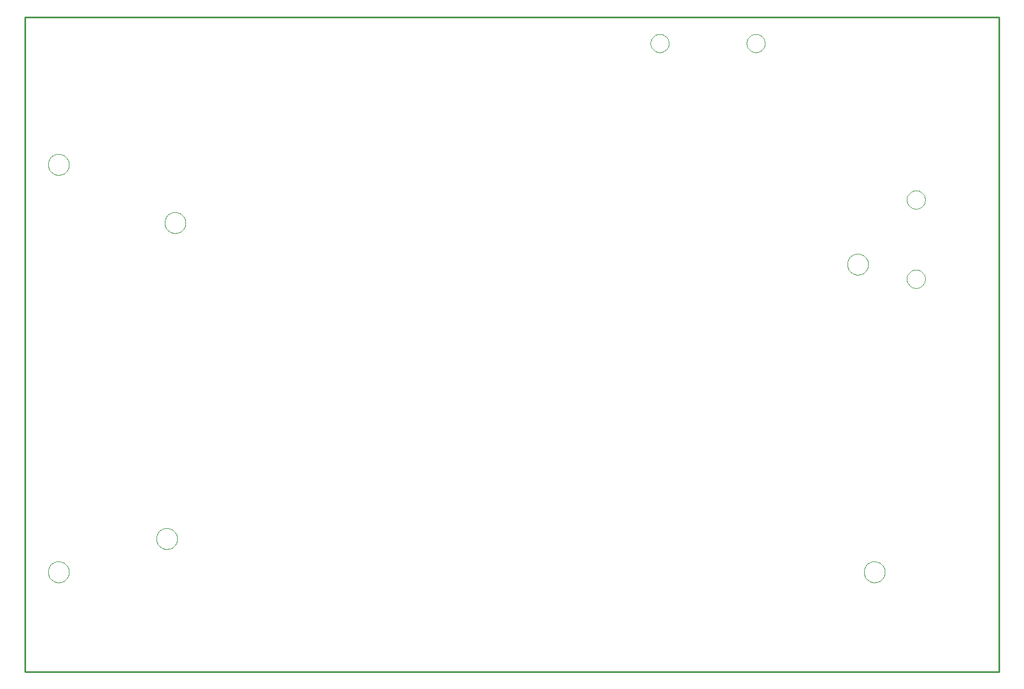
<source format=gbr>
G04 EAGLE Gerber RS-274X export*
G75*
%MOIN*%
%FSLAX34Y34*%
%LPD*%
%INoutline*%
%IPPOS*%
%AMOC8*
5,1,8,0,0,1.08239X$1,22.5*%
G01*
%ADD10C,0.000000*%
%ADD11C,0.010000*%


D10*
X0Y0D02*
X58492Y0D01*
X58492Y39370D01*
X0Y39370D01*
X0Y0D01*
X8370Y27000D02*
X8372Y27050D01*
X8378Y27100D01*
X8388Y27149D01*
X8402Y27197D01*
X8419Y27244D01*
X8440Y27289D01*
X8465Y27333D01*
X8493Y27374D01*
X8525Y27413D01*
X8559Y27450D01*
X8596Y27484D01*
X8636Y27514D01*
X8678Y27541D01*
X8722Y27565D01*
X8768Y27586D01*
X8815Y27602D01*
X8863Y27615D01*
X8913Y27624D01*
X8962Y27629D01*
X9013Y27630D01*
X9063Y27627D01*
X9112Y27620D01*
X9161Y27609D01*
X9209Y27594D01*
X9255Y27576D01*
X9300Y27554D01*
X9343Y27528D01*
X9384Y27499D01*
X9423Y27467D01*
X9459Y27432D01*
X9491Y27394D01*
X9521Y27354D01*
X9548Y27311D01*
X9571Y27267D01*
X9590Y27221D01*
X9606Y27173D01*
X9618Y27124D01*
X9626Y27075D01*
X9630Y27025D01*
X9630Y26975D01*
X9626Y26925D01*
X9618Y26876D01*
X9606Y26827D01*
X9590Y26779D01*
X9571Y26733D01*
X9548Y26689D01*
X9521Y26646D01*
X9491Y26606D01*
X9459Y26568D01*
X9423Y26533D01*
X9384Y26501D01*
X9343Y26472D01*
X9300Y26446D01*
X9255Y26424D01*
X9209Y26406D01*
X9161Y26391D01*
X9112Y26380D01*
X9063Y26373D01*
X9013Y26370D01*
X8962Y26371D01*
X8913Y26376D01*
X8863Y26385D01*
X8815Y26398D01*
X8768Y26414D01*
X8722Y26435D01*
X8678Y26459D01*
X8636Y26486D01*
X8596Y26516D01*
X8559Y26550D01*
X8525Y26587D01*
X8493Y26626D01*
X8465Y26667D01*
X8440Y26711D01*
X8419Y26756D01*
X8402Y26803D01*
X8388Y26851D01*
X8378Y26900D01*
X8372Y26950D01*
X8370Y27000D01*
X7870Y8000D02*
X7872Y8050D01*
X7878Y8100D01*
X7888Y8149D01*
X7902Y8197D01*
X7919Y8244D01*
X7940Y8289D01*
X7965Y8333D01*
X7993Y8374D01*
X8025Y8413D01*
X8059Y8450D01*
X8096Y8484D01*
X8136Y8514D01*
X8178Y8541D01*
X8222Y8565D01*
X8268Y8586D01*
X8315Y8602D01*
X8363Y8615D01*
X8413Y8624D01*
X8462Y8629D01*
X8513Y8630D01*
X8563Y8627D01*
X8612Y8620D01*
X8661Y8609D01*
X8709Y8594D01*
X8755Y8576D01*
X8800Y8554D01*
X8843Y8528D01*
X8884Y8499D01*
X8923Y8467D01*
X8959Y8432D01*
X8991Y8394D01*
X9021Y8354D01*
X9048Y8311D01*
X9071Y8267D01*
X9090Y8221D01*
X9106Y8173D01*
X9118Y8124D01*
X9126Y8075D01*
X9130Y8025D01*
X9130Y7975D01*
X9126Y7925D01*
X9118Y7876D01*
X9106Y7827D01*
X9090Y7779D01*
X9071Y7733D01*
X9048Y7689D01*
X9021Y7646D01*
X8991Y7606D01*
X8959Y7568D01*
X8923Y7533D01*
X8884Y7501D01*
X8843Y7472D01*
X8800Y7446D01*
X8755Y7424D01*
X8709Y7406D01*
X8661Y7391D01*
X8612Y7380D01*
X8563Y7373D01*
X8513Y7370D01*
X8462Y7371D01*
X8413Y7376D01*
X8363Y7385D01*
X8315Y7398D01*
X8268Y7414D01*
X8222Y7435D01*
X8178Y7459D01*
X8136Y7486D01*
X8096Y7516D01*
X8059Y7550D01*
X8025Y7587D01*
X7993Y7626D01*
X7965Y7667D01*
X7940Y7711D01*
X7919Y7756D01*
X7902Y7803D01*
X7888Y7851D01*
X7878Y7900D01*
X7872Y7950D01*
X7870Y8000D01*
X37555Y37795D02*
X37557Y37842D01*
X37563Y37888D01*
X37573Y37934D01*
X37586Y37979D01*
X37604Y38022D01*
X37625Y38064D01*
X37649Y38104D01*
X37677Y38141D01*
X37708Y38176D01*
X37742Y38209D01*
X37778Y38238D01*
X37817Y38264D01*
X37858Y38287D01*
X37901Y38306D01*
X37945Y38322D01*
X37990Y38334D01*
X38036Y38342D01*
X38083Y38346D01*
X38129Y38346D01*
X38176Y38342D01*
X38222Y38334D01*
X38267Y38322D01*
X38311Y38306D01*
X38354Y38287D01*
X38395Y38264D01*
X38434Y38238D01*
X38470Y38209D01*
X38504Y38176D01*
X38535Y38141D01*
X38563Y38104D01*
X38587Y38064D01*
X38608Y38022D01*
X38626Y37979D01*
X38639Y37934D01*
X38649Y37888D01*
X38655Y37842D01*
X38657Y37795D01*
X38655Y37748D01*
X38649Y37702D01*
X38639Y37656D01*
X38626Y37611D01*
X38608Y37568D01*
X38587Y37526D01*
X38563Y37486D01*
X38535Y37449D01*
X38504Y37414D01*
X38470Y37381D01*
X38434Y37352D01*
X38395Y37326D01*
X38354Y37303D01*
X38311Y37284D01*
X38267Y37268D01*
X38222Y37256D01*
X38176Y37248D01*
X38129Y37244D01*
X38083Y37244D01*
X38036Y37248D01*
X37990Y37256D01*
X37945Y37268D01*
X37901Y37284D01*
X37858Y37303D01*
X37817Y37326D01*
X37778Y37352D01*
X37742Y37381D01*
X37708Y37414D01*
X37677Y37449D01*
X37649Y37486D01*
X37625Y37526D01*
X37604Y37568D01*
X37586Y37611D01*
X37573Y37656D01*
X37563Y37702D01*
X37557Y37748D01*
X37555Y37795D01*
X43327Y37795D02*
X43329Y37842D01*
X43335Y37888D01*
X43345Y37934D01*
X43358Y37979D01*
X43376Y38022D01*
X43397Y38064D01*
X43421Y38104D01*
X43449Y38141D01*
X43480Y38176D01*
X43514Y38209D01*
X43550Y38238D01*
X43589Y38264D01*
X43630Y38287D01*
X43673Y38306D01*
X43717Y38322D01*
X43762Y38334D01*
X43808Y38342D01*
X43855Y38346D01*
X43901Y38346D01*
X43948Y38342D01*
X43994Y38334D01*
X44039Y38322D01*
X44083Y38306D01*
X44126Y38287D01*
X44167Y38264D01*
X44206Y38238D01*
X44242Y38209D01*
X44276Y38176D01*
X44307Y38141D01*
X44335Y38104D01*
X44359Y38064D01*
X44380Y38022D01*
X44398Y37979D01*
X44411Y37934D01*
X44421Y37888D01*
X44427Y37842D01*
X44429Y37795D01*
X44427Y37748D01*
X44421Y37702D01*
X44411Y37656D01*
X44398Y37611D01*
X44380Y37568D01*
X44359Y37526D01*
X44335Y37486D01*
X44307Y37449D01*
X44276Y37414D01*
X44242Y37381D01*
X44206Y37352D01*
X44167Y37326D01*
X44126Y37303D01*
X44083Y37284D01*
X44039Y37268D01*
X43994Y37256D01*
X43948Y37248D01*
X43901Y37244D01*
X43855Y37244D01*
X43808Y37248D01*
X43762Y37256D01*
X43717Y37268D01*
X43673Y37284D01*
X43630Y37303D01*
X43589Y37326D01*
X43550Y37352D01*
X43514Y37381D01*
X43480Y37414D01*
X43449Y37449D01*
X43421Y37486D01*
X43397Y37526D01*
X43376Y37568D01*
X43358Y37611D01*
X43345Y37656D01*
X43335Y37702D01*
X43329Y37748D01*
X43327Y37795D01*
X52949Y28386D02*
X52951Y28433D01*
X52957Y28479D01*
X52967Y28525D01*
X52980Y28570D01*
X52998Y28613D01*
X53019Y28655D01*
X53043Y28695D01*
X53071Y28732D01*
X53102Y28767D01*
X53136Y28800D01*
X53172Y28829D01*
X53211Y28855D01*
X53252Y28878D01*
X53295Y28897D01*
X53339Y28913D01*
X53384Y28925D01*
X53430Y28933D01*
X53477Y28937D01*
X53523Y28937D01*
X53570Y28933D01*
X53616Y28925D01*
X53661Y28913D01*
X53705Y28897D01*
X53748Y28878D01*
X53789Y28855D01*
X53828Y28829D01*
X53864Y28800D01*
X53898Y28767D01*
X53929Y28732D01*
X53957Y28695D01*
X53981Y28655D01*
X54002Y28613D01*
X54020Y28570D01*
X54033Y28525D01*
X54043Y28479D01*
X54049Y28433D01*
X54051Y28386D01*
X54049Y28339D01*
X54043Y28293D01*
X54033Y28247D01*
X54020Y28202D01*
X54002Y28159D01*
X53981Y28117D01*
X53957Y28077D01*
X53929Y28040D01*
X53898Y28005D01*
X53864Y27972D01*
X53828Y27943D01*
X53789Y27917D01*
X53748Y27894D01*
X53705Y27875D01*
X53661Y27859D01*
X53616Y27847D01*
X53570Y27839D01*
X53523Y27835D01*
X53477Y27835D01*
X53430Y27839D01*
X53384Y27847D01*
X53339Y27859D01*
X53295Y27875D01*
X53252Y27894D01*
X53211Y27917D01*
X53172Y27943D01*
X53136Y27972D01*
X53102Y28005D01*
X53071Y28040D01*
X53043Y28077D01*
X53019Y28117D01*
X52998Y28159D01*
X52980Y28202D01*
X52967Y28247D01*
X52957Y28293D01*
X52951Y28339D01*
X52949Y28386D01*
X52949Y23622D02*
X52951Y23669D01*
X52957Y23715D01*
X52967Y23761D01*
X52980Y23806D01*
X52998Y23849D01*
X53019Y23891D01*
X53043Y23931D01*
X53071Y23968D01*
X53102Y24003D01*
X53136Y24036D01*
X53172Y24065D01*
X53211Y24091D01*
X53252Y24114D01*
X53295Y24133D01*
X53339Y24149D01*
X53384Y24161D01*
X53430Y24169D01*
X53477Y24173D01*
X53523Y24173D01*
X53570Y24169D01*
X53616Y24161D01*
X53661Y24149D01*
X53705Y24133D01*
X53748Y24114D01*
X53789Y24091D01*
X53828Y24065D01*
X53864Y24036D01*
X53898Y24003D01*
X53929Y23968D01*
X53957Y23931D01*
X53981Y23891D01*
X54002Y23849D01*
X54020Y23806D01*
X54033Y23761D01*
X54043Y23715D01*
X54049Y23669D01*
X54051Y23622D01*
X54049Y23575D01*
X54043Y23529D01*
X54033Y23483D01*
X54020Y23438D01*
X54002Y23395D01*
X53981Y23353D01*
X53957Y23313D01*
X53929Y23276D01*
X53898Y23241D01*
X53864Y23208D01*
X53828Y23179D01*
X53789Y23153D01*
X53748Y23130D01*
X53705Y23111D01*
X53661Y23095D01*
X53616Y23083D01*
X53570Y23075D01*
X53523Y23071D01*
X53477Y23071D01*
X53430Y23075D01*
X53384Y23083D01*
X53339Y23095D01*
X53295Y23111D01*
X53252Y23130D01*
X53211Y23153D01*
X53172Y23179D01*
X53136Y23208D01*
X53102Y23241D01*
X53071Y23276D01*
X53043Y23313D01*
X53019Y23353D01*
X52998Y23395D01*
X52980Y23438D01*
X52967Y23483D01*
X52957Y23529D01*
X52951Y23575D01*
X52949Y23622D01*
X1370Y6000D02*
X1372Y6050D01*
X1378Y6100D01*
X1388Y6149D01*
X1402Y6197D01*
X1419Y6244D01*
X1440Y6289D01*
X1465Y6333D01*
X1493Y6374D01*
X1525Y6413D01*
X1559Y6450D01*
X1596Y6484D01*
X1636Y6514D01*
X1678Y6541D01*
X1722Y6565D01*
X1768Y6586D01*
X1815Y6602D01*
X1863Y6615D01*
X1913Y6624D01*
X1962Y6629D01*
X2013Y6630D01*
X2063Y6627D01*
X2112Y6620D01*
X2161Y6609D01*
X2209Y6594D01*
X2255Y6576D01*
X2300Y6554D01*
X2343Y6528D01*
X2384Y6499D01*
X2423Y6467D01*
X2459Y6432D01*
X2491Y6394D01*
X2521Y6354D01*
X2548Y6311D01*
X2571Y6267D01*
X2590Y6221D01*
X2606Y6173D01*
X2618Y6124D01*
X2626Y6075D01*
X2630Y6025D01*
X2630Y5975D01*
X2626Y5925D01*
X2618Y5876D01*
X2606Y5827D01*
X2590Y5779D01*
X2571Y5733D01*
X2548Y5689D01*
X2521Y5646D01*
X2491Y5606D01*
X2459Y5568D01*
X2423Y5533D01*
X2384Y5501D01*
X2343Y5472D01*
X2300Y5446D01*
X2255Y5424D01*
X2209Y5406D01*
X2161Y5391D01*
X2112Y5380D01*
X2063Y5373D01*
X2013Y5370D01*
X1962Y5371D01*
X1913Y5376D01*
X1863Y5385D01*
X1815Y5398D01*
X1768Y5414D01*
X1722Y5435D01*
X1678Y5459D01*
X1636Y5486D01*
X1596Y5516D01*
X1559Y5550D01*
X1525Y5587D01*
X1493Y5626D01*
X1465Y5667D01*
X1440Y5711D01*
X1419Y5756D01*
X1402Y5803D01*
X1388Y5851D01*
X1378Y5900D01*
X1372Y5950D01*
X1370Y6000D01*
X1370Y30500D02*
X1372Y30550D01*
X1378Y30600D01*
X1388Y30649D01*
X1402Y30697D01*
X1419Y30744D01*
X1440Y30789D01*
X1465Y30833D01*
X1493Y30874D01*
X1525Y30913D01*
X1559Y30950D01*
X1596Y30984D01*
X1636Y31014D01*
X1678Y31041D01*
X1722Y31065D01*
X1768Y31086D01*
X1815Y31102D01*
X1863Y31115D01*
X1913Y31124D01*
X1962Y31129D01*
X2013Y31130D01*
X2063Y31127D01*
X2112Y31120D01*
X2161Y31109D01*
X2209Y31094D01*
X2255Y31076D01*
X2300Y31054D01*
X2343Y31028D01*
X2384Y30999D01*
X2423Y30967D01*
X2459Y30932D01*
X2491Y30894D01*
X2521Y30854D01*
X2548Y30811D01*
X2571Y30767D01*
X2590Y30721D01*
X2606Y30673D01*
X2618Y30624D01*
X2626Y30575D01*
X2630Y30525D01*
X2630Y30475D01*
X2626Y30425D01*
X2618Y30376D01*
X2606Y30327D01*
X2590Y30279D01*
X2571Y30233D01*
X2548Y30189D01*
X2521Y30146D01*
X2491Y30106D01*
X2459Y30068D01*
X2423Y30033D01*
X2384Y30001D01*
X2343Y29972D01*
X2300Y29946D01*
X2255Y29924D01*
X2209Y29906D01*
X2161Y29891D01*
X2112Y29880D01*
X2063Y29873D01*
X2013Y29870D01*
X1962Y29871D01*
X1913Y29876D01*
X1863Y29885D01*
X1815Y29898D01*
X1768Y29914D01*
X1722Y29935D01*
X1678Y29959D01*
X1636Y29986D01*
X1596Y30016D01*
X1559Y30050D01*
X1525Y30087D01*
X1493Y30126D01*
X1465Y30167D01*
X1440Y30211D01*
X1419Y30256D01*
X1402Y30303D01*
X1388Y30351D01*
X1378Y30400D01*
X1372Y30450D01*
X1370Y30500D01*
X50370Y6000D02*
X50372Y6050D01*
X50378Y6100D01*
X50388Y6149D01*
X50402Y6197D01*
X50419Y6244D01*
X50440Y6289D01*
X50465Y6333D01*
X50493Y6374D01*
X50525Y6413D01*
X50559Y6450D01*
X50596Y6484D01*
X50636Y6514D01*
X50678Y6541D01*
X50722Y6565D01*
X50768Y6586D01*
X50815Y6602D01*
X50863Y6615D01*
X50913Y6624D01*
X50962Y6629D01*
X51013Y6630D01*
X51063Y6627D01*
X51112Y6620D01*
X51161Y6609D01*
X51209Y6594D01*
X51255Y6576D01*
X51300Y6554D01*
X51343Y6528D01*
X51384Y6499D01*
X51423Y6467D01*
X51459Y6432D01*
X51491Y6394D01*
X51521Y6354D01*
X51548Y6311D01*
X51571Y6267D01*
X51590Y6221D01*
X51606Y6173D01*
X51618Y6124D01*
X51626Y6075D01*
X51630Y6025D01*
X51630Y5975D01*
X51626Y5925D01*
X51618Y5876D01*
X51606Y5827D01*
X51590Y5779D01*
X51571Y5733D01*
X51548Y5689D01*
X51521Y5646D01*
X51491Y5606D01*
X51459Y5568D01*
X51423Y5533D01*
X51384Y5501D01*
X51343Y5472D01*
X51300Y5446D01*
X51255Y5424D01*
X51209Y5406D01*
X51161Y5391D01*
X51112Y5380D01*
X51063Y5373D01*
X51013Y5370D01*
X50962Y5371D01*
X50913Y5376D01*
X50863Y5385D01*
X50815Y5398D01*
X50768Y5414D01*
X50722Y5435D01*
X50678Y5459D01*
X50636Y5486D01*
X50596Y5516D01*
X50559Y5550D01*
X50525Y5587D01*
X50493Y5626D01*
X50465Y5667D01*
X50440Y5711D01*
X50419Y5756D01*
X50402Y5803D01*
X50388Y5851D01*
X50378Y5900D01*
X50372Y5950D01*
X50370Y6000D01*
X49370Y24500D02*
X49372Y24550D01*
X49378Y24600D01*
X49388Y24649D01*
X49402Y24697D01*
X49419Y24744D01*
X49440Y24789D01*
X49465Y24833D01*
X49493Y24874D01*
X49525Y24913D01*
X49559Y24950D01*
X49596Y24984D01*
X49636Y25014D01*
X49678Y25041D01*
X49722Y25065D01*
X49768Y25086D01*
X49815Y25102D01*
X49863Y25115D01*
X49913Y25124D01*
X49962Y25129D01*
X50013Y25130D01*
X50063Y25127D01*
X50112Y25120D01*
X50161Y25109D01*
X50209Y25094D01*
X50255Y25076D01*
X50300Y25054D01*
X50343Y25028D01*
X50384Y24999D01*
X50423Y24967D01*
X50459Y24932D01*
X50491Y24894D01*
X50521Y24854D01*
X50548Y24811D01*
X50571Y24767D01*
X50590Y24721D01*
X50606Y24673D01*
X50618Y24624D01*
X50626Y24575D01*
X50630Y24525D01*
X50630Y24475D01*
X50626Y24425D01*
X50618Y24376D01*
X50606Y24327D01*
X50590Y24279D01*
X50571Y24233D01*
X50548Y24189D01*
X50521Y24146D01*
X50491Y24106D01*
X50459Y24068D01*
X50423Y24033D01*
X50384Y24001D01*
X50343Y23972D01*
X50300Y23946D01*
X50255Y23924D01*
X50209Y23906D01*
X50161Y23891D01*
X50112Y23880D01*
X50063Y23873D01*
X50013Y23870D01*
X49962Y23871D01*
X49913Y23876D01*
X49863Y23885D01*
X49815Y23898D01*
X49768Y23914D01*
X49722Y23935D01*
X49678Y23959D01*
X49636Y23986D01*
X49596Y24016D01*
X49559Y24050D01*
X49525Y24087D01*
X49493Y24126D01*
X49465Y24167D01*
X49440Y24211D01*
X49419Y24256D01*
X49402Y24303D01*
X49388Y24351D01*
X49378Y24400D01*
X49372Y24450D01*
X49370Y24500D01*
D11*
X0Y0D02*
X58492Y0D01*
X58492Y39370D01*
X0Y39370D01*
X0Y0D01*
M02*

</source>
